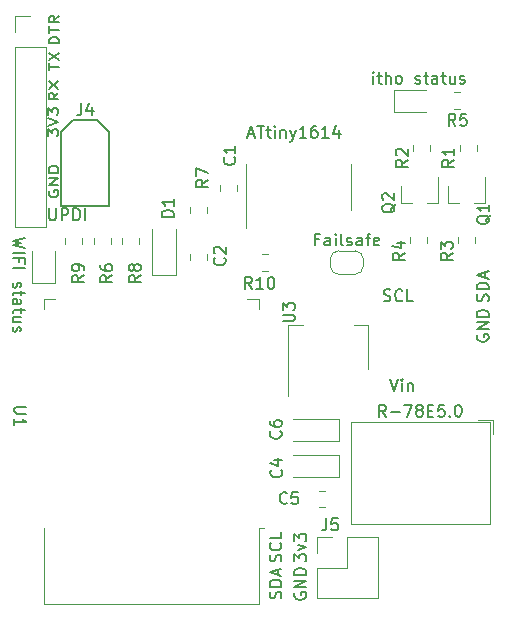
<source format=gto>
G04 #@! TF.GenerationSoftware,KiCad,Pcbnew,(5.1.9-0-10_14)*
G04 #@! TF.CreationDate,2021-03-24T15:19:10+01:00*
G04 #@! TF.ProjectId,ithowifi_4l,6974686f-7769-4666-995f-346c2e6b6963,rev?*
G04 #@! TF.SameCoordinates,Original*
G04 #@! TF.FileFunction,Legend,Top*
G04 #@! TF.FilePolarity,Positive*
%FSLAX46Y46*%
G04 Gerber Fmt 4.6, Leading zero omitted, Abs format (unit mm)*
G04 Created by KiCad (PCBNEW (5.1.9-0-10_14)) date 2021-03-24 15:19:10*
%MOMM*%
%LPD*%
G01*
G04 APERTURE LIST*
%ADD10C,0.150000*%
%ADD11C,0.120000*%
G04 APERTURE END LIST*
D10*
X108084380Y-152658476D02*
X108084380Y-152039428D01*
X108465333Y-152372761D01*
X108465333Y-152229904D01*
X108512952Y-152134666D01*
X108560571Y-152087047D01*
X108655809Y-152039428D01*
X108893904Y-152039428D01*
X108989142Y-152087047D01*
X109036761Y-152134666D01*
X109084380Y-152229904D01*
X109084380Y-152515619D01*
X109036761Y-152610857D01*
X108989142Y-152658476D01*
X108417714Y-151706095D02*
X109084380Y-151468000D01*
X108417714Y-151229904D01*
X108084380Y-150944190D02*
X108084380Y-150325142D01*
X108465333Y-150658476D01*
X108465333Y-150515619D01*
X108512952Y-150420380D01*
X108560571Y-150372761D01*
X108655809Y-150325142D01*
X108893904Y-150325142D01*
X108989142Y-150372761D01*
X109036761Y-150420380D01*
X109084380Y-150515619D01*
X109084380Y-150801333D01*
X109036761Y-150896571D01*
X108989142Y-150944190D01*
X108132000Y-155329904D02*
X108084380Y-155425142D01*
X108084380Y-155568000D01*
X108132000Y-155710857D01*
X108227238Y-155806095D01*
X108322476Y-155853714D01*
X108512952Y-155901333D01*
X108655809Y-155901333D01*
X108846285Y-155853714D01*
X108941523Y-155806095D01*
X109036761Y-155710857D01*
X109084380Y-155568000D01*
X109084380Y-155472761D01*
X109036761Y-155329904D01*
X108989142Y-155282285D01*
X108655809Y-155282285D01*
X108655809Y-155472761D01*
X109084380Y-154853714D02*
X108084380Y-154853714D01*
X109084380Y-154282285D01*
X108084380Y-154282285D01*
X109084380Y-153806095D02*
X108084380Y-153806095D01*
X108084380Y-153568000D01*
X108132000Y-153425142D01*
X108227238Y-153329904D01*
X108322476Y-153282285D01*
X108512952Y-153234666D01*
X108655809Y-153234666D01*
X108846285Y-153282285D01*
X108941523Y-153329904D01*
X109036761Y-153425142D01*
X109084380Y-153568000D01*
X109084380Y-153806095D01*
X106936761Y-155782285D02*
X106984380Y-155639428D01*
X106984380Y-155401333D01*
X106936761Y-155306095D01*
X106889142Y-155258476D01*
X106793904Y-155210857D01*
X106698666Y-155210857D01*
X106603428Y-155258476D01*
X106555809Y-155306095D01*
X106508190Y-155401333D01*
X106460571Y-155591809D01*
X106412952Y-155687047D01*
X106365333Y-155734666D01*
X106270095Y-155782285D01*
X106174857Y-155782285D01*
X106079619Y-155734666D01*
X106032000Y-155687047D01*
X105984380Y-155591809D01*
X105984380Y-155353714D01*
X106032000Y-155210857D01*
X106984380Y-154782285D02*
X105984380Y-154782285D01*
X105984380Y-154544190D01*
X106032000Y-154401333D01*
X106127238Y-154306095D01*
X106222476Y-154258476D01*
X106412952Y-154210857D01*
X106555809Y-154210857D01*
X106746285Y-154258476D01*
X106841523Y-154306095D01*
X106936761Y-154401333D01*
X106984380Y-154544190D01*
X106984380Y-154782285D01*
X106698666Y-153829904D02*
X106698666Y-153353714D01*
X106984380Y-153925142D02*
X105984380Y-153591809D01*
X106984380Y-153258476D01*
X106936761Y-152658476D02*
X106984380Y-152515619D01*
X106984380Y-152277523D01*
X106936761Y-152182285D01*
X106889142Y-152134666D01*
X106793904Y-152087047D01*
X106698666Y-152087047D01*
X106603428Y-152134666D01*
X106555809Y-152182285D01*
X106508190Y-152277523D01*
X106460571Y-152468000D01*
X106412952Y-152563238D01*
X106365333Y-152610857D01*
X106270095Y-152658476D01*
X106174857Y-152658476D01*
X106079619Y-152610857D01*
X106032000Y-152563238D01*
X105984380Y-152468000D01*
X105984380Y-152229904D01*
X106032000Y-152087047D01*
X106889142Y-151087047D02*
X106936761Y-151134666D01*
X106984380Y-151277523D01*
X106984380Y-151372761D01*
X106936761Y-151515619D01*
X106841523Y-151610857D01*
X106746285Y-151658476D01*
X106555809Y-151706095D01*
X106412952Y-151706095D01*
X106222476Y-151658476D01*
X106127238Y-151610857D01*
X106032000Y-151515619D01*
X105984380Y-151372761D01*
X105984380Y-151277523D01*
X106032000Y-151134666D01*
X106079619Y-151087047D01*
X106984380Y-150182285D02*
X106984380Y-150658476D01*
X105984380Y-150658476D01*
X87331600Y-121259504D02*
X87293504Y-121354742D01*
X87293504Y-121497600D01*
X87331600Y-121640457D01*
X87407790Y-121735695D01*
X87483980Y-121783314D01*
X87636361Y-121830933D01*
X87750647Y-121830933D01*
X87903028Y-121783314D01*
X87979219Y-121735695D01*
X88055409Y-121640457D01*
X88093504Y-121497600D01*
X88093504Y-121402361D01*
X88055409Y-121259504D01*
X88017314Y-121211885D01*
X87750647Y-121211885D01*
X87750647Y-121402361D01*
X88093504Y-120783314D02*
X87293504Y-120783314D01*
X88093504Y-120211885D01*
X87293504Y-120211885D01*
X88093504Y-119735695D02*
X87293504Y-119735695D01*
X87293504Y-119497600D01*
X87331600Y-119354742D01*
X87407790Y-119259504D01*
X87483980Y-119211885D01*
X87636361Y-119164266D01*
X87750647Y-119164266D01*
X87903028Y-119211885D01*
X87979219Y-119259504D01*
X88055409Y-119354742D01*
X88093504Y-119497600D01*
X88093504Y-119735695D01*
X87268104Y-116681095D02*
X87268104Y-116062047D01*
X87572866Y-116395380D01*
X87572866Y-116252523D01*
X87610961Y-116157285D01*
X87649057Y-116109666D01*
X87725247Y-116062047D01*
X87915723Y-116062047D01*
X87991914Y-116109666D01*
X88030009Y-116157285D01*
X88068104Y-116252523D01*
X88068104Y-116538238D01*
X88030009Y-116633476D01*
X87991914Y-116681095D01*
X87268104Y-115776333D02*
X88068104Y-115443000D01*
X87268104Y-115109666D01*
X87268104Y-114871571D02*
X87268104Y-114252523D01*
X87572866Y-114585857D01*
X87572866Y-114443000D01*
X87610961Y-114347761D01*
X87649057Y-114300142D01*
X87725247Y-114252523D01*
X87915723Y-114252523D01*
X87991914Y-114300142D01*
X88030009Y-114347761D01*
X88068104Y-114443000D01*
X88068104Y-114728714D01*
X88030009Y-114823952D01*
X87991914Y-114871571D01*
X87325390Y-122769380D02*
X87325390Y-123578904D01*
X87373009Y-123674142D01*
X87420628Y-123721761D01*
X87515866Y-123769380D01*
X87706342Y-123769380D01*
X87801580Y-123721761D01*
X87849200Y-123674142D01*
X87896819Y-123578904D01*
X87896819Y-122769380D01*
X88373009Y-123769380D02*
X88373009Y-122769380D01*
X88753961Y-122769380D01*
X88849200Y-122817000D01*
X88896819Y-122864619D01*
X88944438Y-122959857D01*
X88944438Y-123102714D01*
X88896819Y-123197952D01*
X88849200Y-123245571D01*
X88753961Y-123293190D01*
X88373009Y-123293190D01*
X89373009Y-123769380D02*
X89373009Y-122769380D01*
X89611104Y-122769380D01*
X89753961Y-122817000D01*
X89849200Y-122912238D01*
X89896819Y-123007476D01*
X89944438Y-123197952D01*
X89944438Y-123340809D01*
X89896819Y-123531285D01*
X89849200Y-123626523D01*
X89753961Y-123721761D01*
X89611104Y-123769380D01*
X89373009Y-123769380D01*
X90373009Y-123769380D02*
X90373009Y-122769380D01*
X88093504Y-112968066D02*
X87712552Y-113301400D01*
X88093504Y-113539495D02*
X87293504Y-113539495D01*
X87293504Y-113158542D01*
X87331600Y-113063304D01*
X87369695Y-113015685D01*
X87445885Y-112968066D01*
X87560171Y-112968066D01*
X87636361Y-113015685D01*
X87674457Y-113063304D01*
X87712552Y-113158542D01*
X87712552Y-113539495D01*
X87293504Y-112634733D02*
X88093504Y-111968066D01*
X87293504Y-111968066D02*
X88093504Y-112634733D01*
X87318904Y-111048704D02*
X87318904Y-110477276D01*
X88118904Y-110762990D02*
X87318904Y-110762990D01*
X87318904Y-110239180D02*
X88118904Y-109572514D01*
X87318904Y-109572514D02*
X88118904Y-110239180D01*
X88144304Y-108788057D02*
X87344304Y-108788057D01*
X87344304Y-108549961D01*
X87382400Y-108407104D01*
X87458590Y-108311866D01*
X87534780Y-108264247D01*
X87687161Y-108216628D01*
X87801447Y-108216628D01*
X87953828Y-108264247D01*
X88030019Y-108311866D01*
X88106209Y-108407104D01*
X88144304Y-108549961D01*
X88144304Y-108788057D01*
X87344304Y-107930914D02*
X87344304Y-107359485D01*
X88144304Y-107645200D02*
X87344304Y-107645200D01*
X88144304Y-106454723D02*
X87763352Y-106788057D01*
X88144304Y-107026152D02*
X87344304Y-107026152D01*
X87344304Y-106645200D01*
X87382400Y-106549961D01*
X87420495Y-106502342D01*
X87496685Y-106454723D01*
X87610971Y-106454723D01*
X87687161Y-106502342D01*
X87725257Y-106549961D01*
X87763352Y-106645200D01*
X87763352Y-107026152D01*
X116197190Y-137247380D02*
X116530523Y-138247380D01*
X116863857Y-137247380D01*
X117197190Y-138247380D02*
X117197190Y-137580714D01*
X117197190Y-137247380D02*
X117149571Y-137295000D01*
X117197190Y-137342619D01*
X117244809Y-137295000D01*
X117197190Y-137247380D01*
X117197190Y-137342619D01*
X117673380Y-137580714D02*
X117673380Y-138247380D01*
X117673380Y-137675952D02*
X117721000Y-137628333D01*
X117816238Y-137580714D01*
X117959095Y-137580714D01*
X118054333Y-137628333D01*
X118101952Y-137723571D01*
X118101952Y-138247380D01*
X123579000Y-133476904D02*
X123531380Y-133572142D01*
X123531380Y-133715000D01*
X123579000Y-133857857D01*
X123674238Y-133953095D01*
X123769476Y-134000714D01*
X123959952Y-134048333D01*
X124102809Y-134048333D01*
X124293285Y-134000714D01*
X124388523Y-133953095D01*
X124483761Y-133857857D01*
X124531380Y-133715000D01*
X124531380Y-133619761D01*
X124483761Y-133476904D01*
X124436142Y-133429285D01*
X124102809Y-133429285D01*
X124102809Y-133619761D01*
X124531380Y-133000714D02*
X123531380Y-133000714D01*
X124531380Y-132429285D01*
X123531380Y-132429285D01*
X124531380Y-131953095D02*
X123531380Y-131953095D01*
X123531380Y-131715000D01*
X123579000Y-131572142D01*
X123674238Y-131476904D01*
X123769476Y-131429285D01*
X123959952Y-131381666D01*
X124102809Y-131381666D01*
X124293285Y-131429285D01*
X124388523Y-131476904D01*
X124483761Y-131572142D01*
X124531380Y-131715000D01*
X124531380Y-131953095D01*
X115649523Y-130579761D02*
X115792380Y-130627380D01*
X116030476Y-130627380D01*
X116125714Y-130579761D01*
X116173333Y-130532142D01*
X116220952Y-130436904D01*
X116220952Y-130341666D01*
X116173333Y-130246428D01*
X116125714Y-130198809D01*
X116030476Y-130151190D01*
X115840000Y-130103571D01*
X115744761Y-130055952D01*
X115697142Y-130008333D01*
X115649523Y-129913095D01*
X115649523Y-129817857D01*
X115697142Y-129722619D01*
X115744761Y-129675000D01*
X115840000Y-129627380D01*
X116078095Y-129627380D01*
X116220952Y-129675000D01*
X117220952Y-130532142D02*
X117173333Y-130579761D01*
X117030476Y-130627380D01*
X116935238Y-130627380D01*
X116792380Y-130579761D01*
X116697142Y-130484523D01*
X116649523Y-130389285D01*
X116601904Y-130198809D01*
X116601904Y-130055952D01*
X116649523Y-129865476D01*
X116697142Y-129770238D01*
X116792380Y-129675000D01*
X116935238Y-129627380D01*
X117030476Y-129627380D01*
X117173333Y-129675000D01*
X117220952Y-129722619D01*
X118125714Y-130627380D02*
X117649523Y-130627380D01*
X117649523Y-129627380D01*
X124483761Y-130627285D02*
X124531380Y-130484428D01*
X124531380Y-130246333D01*
X124483761Y-130151095D01*
X124436142Y-130103476D01*
X124340904Y-130055857D01*
X124245666Y-130055857D01*
X124150428Y-130103476D01*
X124102809Y-130151095D01*
X124055190Y-130246333D01*
X124007571Y-130436809D01*
X123959952Y-130532047D01*
X123912333Y-130579666D01*
X123817095Y-130627285D01*
X123721857Y-130627285D01*
X123626619Y-130579666D01*
X123579000Y-130532047D01*
X123531380Y-130436809D01*
X123531380Y-130198714D01*
X123579000Y-130055857D01*
X124531380Y-129627285D02*
X123531380Y-129627285D01*
X123531380Y-129389190D01*
X123579000Y-129246333D01*
X123674238Y-129151095D01*
X123769476Y-129103476D01*
X123959952Y-129055857D01*
X124102809Y-129055857D01*
X124293285Y-129103476D01*
X124388523Y-129151095D01*
X124483761Y-129246333D01*
X124531380Y-129389190D01*
X124531380Y-129627285D01*
X124245666Y-128674904D02*
X124245666Y-128198714D01*
X124531380Y-128770142D02*
X123531380Y-128436809D01*
X124531380Y-128103476D01*
D11*
X109962000Y-150598000D02*
X111292000Y-150598000D01*
X109962000Y-151928000D02*
X109962000Y-150598000D01*
X112562000Y-150598000D02*
X115162000Y-150598000D01*
X112562000Y-153198000D02*
X112562000Y-150598000D01*
X109962000Y-153198000D02*
X112562000Y-153198000D01*
X115162000Y-150598000D02*
X115162000Y-155798000D01*
X109962000Y-153198000D02*
X109962000Y-155798000D01*
X109962000Y-155798000D02*
X115162000Y-155798000D01*
X112867600Y-120966000D02*
X112867600Y-119016000D01*
X112867600Y-120966000D02*
X112867600Y-122916000D01*
X103997600Y-120966000D02*
X103997600Y-119016000D01*
X103997600Y-120966000D02*
X103997600Y-124416000D01*
D10*
X88366600Y-122555000D02*
X92430600Y-122555000D01*
X92430600Y-122555000D02*
X92430600Y-116332000D01*
X92430600Y-116332000D02*
X91414600Y-115316000D01*
X91414600Y-115316000D02*
X89382600Y-115316000D01*
X89382600Y-115316000D02*
X88366600Y-116332000D01*
X88366600Y-116332000D02*
X88366600Y-122555000D01*
D11*
X105097600Y-149805400D02*
X105477600Y-149805400D01*
X105097600Y-156225400D02*
X105097600Y-149805400D01*
X86857600Y-156225400D02*
X86857600Y-149805400D01*
X105097600Y-156225400D02*
X86857600Y-156225400D01*
X86857600Y-130480400D02*
X87857600Y-130480400D01*
X86857600Y-131260400D02*
X86857600Y-130480400D01*
X105097600Y-130480400D02*
X104097600Y-130480400D01*
X105097600Y-131260400D02*
X105097600Y-130480400D01*
X113222000Y-128355600D02*
X111822000Y-128355600D01*
X111122000Y-127655600D02*
X111122000Y-127055600D01*
X111822000Y-126355600D02*
X113222000Y-126355600D01*
X113922000Y-127055600D02*
X113922000Y-127655600D01*
X113922000Y-127655600D02*
G75*
G02*
X113222000Y-128355600I-700000J0D01*
G01*
X113222000Y-126355600D02*
G75*
G02*
X113922000Y-127055600I0J-700000D01*
G01*
X111122000Y-127055600D02*
G75*
G02*
X111822000Y-126355600I700000J0D01*
G01*
X111822000Y-128355600D02*
G75*
G02*
X111122000Y-127655600I0J700000D01*
G01*
X105306122Y-128065600D02*
X105823278Y-128065600D01*
X105306122Y-126645600D02*
X105823278Y-126645600D01*
X111856400Y-140619200D02*
X107946400Y-140619200D01*
X111856400Y-142489200D02*
X111856400Y-140619200D01*
X107946400Y-142489200D02*
X111856400Y-142489200D01*
X111860200Y-143616400D02*
X107950200Y-143616400D01*
X111860200Y-145486400D02*
X111860200Y-143616400D01*
X107950200Y-145486400D02*
X111860200Y-145486400D01*
X87828000Y-129089100D02*
X87828000Y-126404100D01*
X85908000Y-129089100D02*
X87828000Y-129089100D01*
X85908000Y-126404100D02*
X85908000Y-129089100D01*
X88698000Y-125265922D02*
X88698000Y-125783078D01*
X90118000Y-125265922D02*
X90118000Y-125783078D01*
X107537200Y-138618000D02*
X107537200Y-132608000D01*
X114357200Y-136368000D02*
X114357200Y-132608000D01*
X107537200Y-132608000D02*
X108797200Y-132608000D01*
X114357200Y-132608000D02*
X113097200Y-132608000D01*
X94944000Y-125783078D02*
X94944000Y-125265922D01*
X93524000Y-125783078D02*
X93524000Y-125265922D01*
X100659000Y-123166878D02*
X100659000Y-122649722D01*
X99239000Y-123166878D02*
X99239000Y-122649722D01*
X84395000Y-106467600D02*
X85725000Y-106467600D01*
X84395000Y-107797600D02*
X84395000Y-106467600D01*
X84395000Y-109067600D02*
X87055000Y-109067600D01*
X87055000Y-109067600D02*
X87055000Y-124367600D01*
X84395000Y-109067600D02*
X84395000Y-124367600D01*
X84395000Y-124367600D02*
X87055000Y-124367600D01*
X96028000Y-128436200D02*
X96028000Y-124536200D01*
X98028000Y-128436200D02*
X98028000Y-124536200D01*
X96028000Y-128436200D02*
X98028000Y-128436200D01*
X110178322Y-148080800D02*
X110695478Y-148080800D01*
X110178322Y-146660800D02*
X110695478Y-146660800D01*
X99239000Y-126614422D02*
X99239000Y-127131578D01*
X100659000Y-126614422D02*
X100659000Y-127131578D01*
X116552000Y-114625000D02*
X119237000Y-114625000D01*
X116552000Y-112705000D02*
X116552000Y-114625000D01*
X119237000Y-112705000D02*
X116552000Y-112705000D01*
X91111000Y-125783078D02*
X91111000Y-125265922D01*
X92531000Y-125783078D02*
X92531000Y-125265922D01*
X122150878Y-112955000D02*
X121633722Y-112955000D01*
X122150878Y-114375000D02*
X121633722Y-114375000D01*
X117908000Y-125202422D02*
X117908000Y-125719578D01*
X119328000Y-125202422D02*
X119328000Y-125719578D01*
X121972000Y-125202422D02*
X121972000Y-125719578D01*
X123392000Y-125202422D02*
X123392000Y-125719578D01*
X118162000Y-117365822D02*
X118162000Y-117882978D01*
X119582000Y-117365822D02*
X119582000Y-117882978D01*
X123569800Y-117882978D02*
X123569800Y-117365822D01*
X122149800Y-117882978D02*
X122149800Y-117365822D01*
X101804400Y-121312678D02*
X101804400Y-120795522D01*
X103224400Y-121312678D02*
X103224400Y-120795522D01*
X117078600Y-122299000D02*
X117078600Y-120839000D01*
X120238600Y-122299000D02*
X120238600Y-120139000D01*
X120238600Y-122299000D02*
X119308600Y-122299000D01*
X117078600Y-122299000D02*
X118008600Y-122299000D01*
X121076600Y-122299000D02*
X121076600Y-120839000D01*
X124236600Y-122299000D02*
X124236600Y-120139000D01*
X124236600Y-122299000D02*
X123306600Y-122299000D01*
X121076600Y-122299000D02*
X122006600Y-122299000D01*
X124870600Y-140651200D02*
X123630600Y-140651200D01*
X124870600Y-141891200D02*
X124870600Y-140651200D01*
X112909600Y-149511200D02*
X112909600Y-140891200D01*
X124630600Y-149511200D02*
X124630600Y-140891200D01*
X124630600Y-140891200D02*
X112909600Y-140891200D01*
X124630600Y-149511200D02*
X112909600Y-149511200D01*
D10*
X110798666Y-149020380D02*
X110798666Y-149734666D01*
X110751047Y-149877523D01*
X110655809Y-149972761D01*
X110512952Y-150020380D01*
X110417714Y-150020380D01*
X111751047Y-149020380D02*
X111274857Y-149020380D01*
X111227238Y-149496571D01*
X111274857Y-149448952D01*
X111370095Y-149401333D01*
X111608190Y-149401333D01*
X111703428Y-149448952D01*
X111751047Y-149496571D01*
X111798666Y-149591809D01*
X111798666Y-149829904D01*
X111751047Y-149925142D01*
X111703428Y-149972761D01*
X111608190Y-150020380D01*
X111370095Y-150020380D01*
X111274857Y-149972761D01*
X111227238Y-149925142D01*
X104196047Y-116498666D02*
X104672238Y-116498666D01*
X104100809Y-116784380D02*
X104434142Y-115784380D01*
X104767476Y-116784380D01*
X104957952Y-115784380D02*
X105529380Y-115784380D01*
X105243666Y-116784380D02*
X105243666Y-115784380D01*
X105719857Y-116117714D02*
X106100809Y-116117714D01*
X105862714Y-115784380D02*
X105862714Y-116641523D01*
X105910333Y-116736761D01*
X106005571Y-116784380D01*
X106100809Y-116784380D01*
X106434142Y-116784380D02*
X106434142Y-116117714D01*
X106434142Y-115784380D02*
X106386523Y-115832000D01*
X106434142Y-115879619D01*
X106481761Y-115832000D01*
X106434142Y-115784380D01*
X106434142Y-115879619D01*
X106910333Y-116117714D02*
X106910333Y-116784380D01*
X106910333Y-116212952D02*
X106957952Y-116165333D01*
X107053190Y-116117714D01*
X107196047Y-116117714D01*
X107291285Y-116165333D01*
X107338904Y-116260571D01*
X107338904Y-116784380D01*
X107719857Y-116117714D02*
X107957952Y-116784380D01*
X108196047Y-116117714D02*
X107957952Y-116784380D01*
X107862714Y-117022476D01*
X107815095Y-117070095D01*
X107719857Y-117117714D01*
X109100809Y-116784380D02*
X108529380Y-116784380D01*
X108815095Y-116784380D02*
X108815095Y-115784380D01*
X108719857Y-115927238D01*
X108624619Y-116022476D01*
X108529380Y-116070095D01*
X109957952Y-115784380D02*
X109767476Y-115784380D01*
X109672238Y-115832000D01*
X109624619Y-115879619D01*
X109529380Y-116022476D01*
X109481761Y-116212952D01*
X109481761Y-116593904D01*
X109529380Y-116689142D01*
X109577000Y-116736761D01*
X109672238Y-116784380D01*
X109862714Y-116784380D01*
X109957952Y-116736761D01*
X110005571Y-116689142D01*
X110053190Y-116593904D01*
X110053190Y-116355809D01*
X110005571Y-116260571D01*
X109957952Y-116212952D01*
X109862714Y-116165333D01*
X109672238Y-116165333D01*
X109577000Y-116212952D01*
X109529380Y-116260571D01*
X109481761Y-116355809D01*
X111005571Y-116784380D02*
X110434142Y-116784380D01*
X110719857Y-116784380D02*
X110719857Y-115784380D01*
X110624619Y-115927238D01*
X110529380Y-116022476D01*
X110434142Y-116070095D01*
X111862714Y-116117714D02*
X111862714Y-116784380D01*
X111624619Y-115736761D02*
X111386523Y-116451047D01*
X112005571Y-116451047D01*
X90052566Y-113879380D02*
X90052566Y-114593666D01*
X90004947Y-114736523D01*
X89909709Y-114831761D01*
X89766852Y-114879380D01*
X89671614Y-114879380D01*
X90957328Y-114212714D02*
X90957328Y-114879380D01*
X90719233Y-113831761D02*
X90481138Y-114546047D01*
X91100185Y-114546047D01*
X85383619Y-139573095D02*
X84574095Y-139573095D01*
X84478857Y-139620714D01*
X84431238Y-139668333D01*
X84383619Y-139763571D01*
X84383619Y-139954047D01*
X84431238Y-140049285D01*
X84478857Y-140096904D01*
X84574095Y-140144523D01*
X85383619Y-140144523D01*
X84383619Y-141144523D02*
X84383619Y-140573095D01*
X84383619Y-140858809D02*
X85383619Y-140858809D01*
X85240761Y-140763571D01*
X85145523Y-140668333D01*
X85097904Y-140573095D01*
X110141047Y-125384171D02*
X109807714Y-125384171D01*
X109807714Y-125907980D02*
X109807714Y-124907980D01*
X110283904Y-124907980D01*
X111093428Y-125907980D02*
X111093428Y-125384171D01*
X111045809Y-125288933D01*
X110950571Y-125241314D01*
X110760095Y-125241314D01*
X110664857Y-125288933D01*
X111093428Y-125860361D02*
X110998190Y-125907980D01*
X110760095Y-125907980D01*
X110664857Y-125860361D01*
X110617238Y-125765123D01*
X110617238Y-125669885D01*
X110664857Y-125574647D01*
X110760095Y-125527028D01*
X110998190Y-125527028D01*
X111093428Y-125479409D01*
X111569619Y-125907980D02*
X111569619Y-125241314D01*
X111569619Y-124907980D02*
X111522000Y-124955600D01*
X111569619Y-125003219D01*
X111617238Y-124955600D01*
X111569619Y-124907980D01*
X111569619Y-125003219D01*
X112188666Y-125907980D02*
X112093428Y-125860361D01*
X112045809Y-125765123D01*
X112045809Y-124907980D01*
X112522000Y-125860361D02*
X112617238Y-125907980D01*
X112807714Y-125907980D01*
X112902952Y-125860361D01*
X112950571Y-125765123D01*
X112950571Y-125717504D01*
X112902952Y-125622266D01*
X112807714Y-125574647D01*
X112664857Y-125574647D01*
X112569619Y-125527028D01*
X112522000Y-125431790D01*
X112522000Y-125384171D01*
X112569619Y-125288933D01*
X112664857Y-125241314D01*
X112807714Y-125241314D01*
X112902952Y-125288933D01*
X113807714Y-125907980D02*
X113807714Y-125384171D01*
X113760095Y-125288933D01*
X113664857Y-125241314D01*
X113474380Y-125241314D01*
X113379142Y-125288933D01*
X113807714Y-125860361D02*
X113712476Y-125907980D01*
X113474380Y-125907980D01*
X113379142Y-125860361D01*
X113331523Y-125765123D01*
X113331523Y-125669885D01*
X113379142Y-125574647D01*
X113474380Y-125527028D01*
X113712476Y-125527028D01*
X113807714Y-125479409D01*
X114141047Y-125241314D02*
X114522000Y-125241314D01*
X114283904Y-125907980D02*
X114283904Y-125050838D01*
X114331523Y-124955600D01*
X114426761Y-124907980D01*
X114522000Y-124907980D01*
X115236285Y-125860361D02*
X115141047Y-125907980D01*
X114950571Y-125907980D01*
X114855333Y-125860361D01*
X114807714Y-125765123D01*
X114807714Y-125384171D01*
X114855333Y-125288933D01*
X114950571Y-125241314D01*
X115141047Y-125241314D01*
X115236285Y-125288933D01*
X115283904Y-125384171D01*
X115283904Y-125479409D01*
X114807714Y-125574647D01*
X104487742Y-129585980D02*
X104154409Y-129109790D01*
X103916314Y-129585980D02*
X103916314Y-128585980D01*
X104297266Y-128585980D01*
X104392504Y-128633600D01*
X104440123Y-128681219D01*
X104487742Y-128776457D01*
X104487742Y-128919314D01*
X104440123Y-129014552D01*
X104392504Y-129062171D01*
X104297266Y-129109790D01*
X103916314Y-129109790D01*
X105440123Y-129585980D02*
X104868695Y-129585980D01*
X105154409Y-129585980D02*
X105154409Y-128585980D01*
X105059171Y-128728838D01*
X104963933Y-128824076D01*
X104868695Y-128871695D01*
X106059171Y-128585980D02*
X106154409Y-128585980D01*
X106249647Y-128633600D01*
X106297266Y-128681219D01*
X106344885Y-128776457D01*
X106392504Y-128966933D01*
X106392504Y-129205028D01*
X106344885Y-129395504D01*
X106297266Y-129490742D01*
X106249647Y-129538361D01*
X106154409Y-129585980D01*
X106059171Y-129585980D01*
X105963933Y-129538361D01*
X105916314Y-129490742D01*
X105868695Y-129395504D01*
X105821076Y-129205028D01*
X105821076Y-128966933D01*
X105868695Y-128776457D01*
X105916314Y-128681219D01*
X105963933Y-128633600D01*
X106059171Y-128585980D01*
X106910142Y-141634666D02*
X106957761Y-141682285D01*
X107005380Y-141825142D01*
X107005380Y-141920380D01*
X106957761Y-142063238D01*
X106862523Y-142158476D01*
X106767285Y-142206095D01*
X106576809Y-142253714D01*
X106433952Y-142253714D01*
X106243476Y-142206095D01*
X106148238Y-142158476D01*
X106053000Y-142063238D01*
X106005380Y-141920380D01*
X106005380Y-141825142D01*
X106053000Y-141682285D01*
X106100619Y-141634666D01*
X106005380Y-140777523D02*
X106005380Y-140968000D01*
X106053000Y-141063238D01*
X106100619Y-141110857D01*
X106243476Y-141206095D01*
X106433952Y-141253714D01*
X106814904Y-141253714D01*
X106910142Y-141206095D01*
X106957761Y-141158476D01*
X107005380Y-141063238D01*
X107005380Y-140872761D01*
X106957761Y-140777523D01*
X106910142Y-140729904D01*
X106814904Y-140682285D01*
X106576809Y-140682285D01*
X106481571Y-140729904D01*
X106433952Y-140777523D01*
X106386333Y-140872761D01*
X106386333Y-141063238D01*
X106433952Y-141158476D01*
X106481571Y-141206095D01*
X106576809Y-141253714D01*
X106960942Y-144921266D02*
X107008561Y-144968885D01*
X107056180Y-145111742D01*
X107056180Y-145206980D01*
X107008561Y-145349838D01*
X106913323Y-145445076D01*
X106818085Y-145492695D01*
X106627609Y-145540314D01*
X106484752Y-145540314D01*
X106294276Y-145492695D01*
X106199038Y-145445076D01*
X106103800Y-145349838D01*
X106056180Y-145206980D01*
X106056180Y-145111742D01*
X106103800Y-144968885D01*
X106151419Y-144921266D01*
X106389514Y-144064123D02*
X107056180Y-144064123D01*
X106008561Y-144302219D02*
X106722847Y-144540314D01*
X106722847Y-143921266D01*
X85256619Y-125286000D02*
X84256619Y-125524095D01*
X84970904Y-125714571D01*
X84256619Y-125905047D01*
X85256619Y-126143142D01*
X84256619Y-126524095D02*
X85256619Y-126524095D01*
X84780428Y-127333619D02*
X84780428Y-127000285D01*
X84256619Y-127000285D02*
X85256619Y-127000285D01*
X85256619Y-127476476D01*
X84256619Y-127857428D02*
X85256619Y-127857428D01*
X84304238Y-129047904D02*
X84256619Y-129143142D01*
X84256619Y-129333619D01*
X84304238Y-129428857D01*
X84399476Y-129476476D01*
X84447095Y-129476476D01*
X84542333Y-129428857D01*
X84589952Y-129333619D01*
X84589952Y-129190761D01*
X84637571Y-129095523D01*
X84732809Y-129047904D01*
X84780428Y-129047904D01*
X84875666Y-129095523D01*
X84923285Y-129190761D01*
X84923285Y-129333619D01*
X84875666Y-129428857D01*
X84923285Y-129762190D02*
X84923285Y-130143142D01*
X85256619Y-129905047D02*
X84399476Y-129905047D01*
X84304238Y-129952666D01*
X84256619Y-130047904D01*
X84256619Y-130143142D01*
X84256619Y-130905047D02*
X84780428Y-130905047D01*
X84875666Y-130857428D01*
X84923285Y-130762190D01*
X84923285Y-130571714D01*
X84875666Y-130476476D01*
X84304238Y-130905047D02*
X84256619Y-130809809D01*
X84256619Y-130571714D01*
X84304238Y-130476476D01*
X84399476Y-130428857D01*
X84494714Y-130428857D01*
X84589952Y-130476476D01*
X84637571Y-130571714D01*
X84637571Y-130809809D01*
X84685190Y-130905047D01*
X84923285Y-131238380D02*
X84923285Y-131619333D01*
X85256619Y-131381238D02*
X84399476Y-131381238D01*
X84304238Y-131428857D01*
X84256619Y-131524095D01*
X84256619Y-131619333D01*
X84923285Y-132381238D02*
X84256619Y-132381238D01*
X84923285Y-131952666D02*
X84399476Y-131952666D01*
X84304238Y-132000285D01*
X84256619Y-132095523D01*
X84256619Y-132238380D01*
X84304238Y-132333619D01*
X84351857Y-132381238D01*
X84304238Y-132809809D02*
X84256619Y-132905047D01*
X84256619Y-133095523D01*
X84304238Y-133190761D01*
X84399476Y-133238380D01*
X84447095Y-133238380D01*
X84542333Y-133190761D01*
X84589952Y-133095523D01*
X84589952Y-132952666D01*
X84637571Y-132857428D01*
X84732809Y-132809809D01*
X84780428Y-132809809D01*
X84875666Y-132857428D01*
X84923285Y-132952666D01*
X84923285Y-133095523D01*
X84875666Y-133190761D01*
X90241380Y-128436666D02*
X89765190Y-128770000D01*
X90241380Y-129008095D02*
X89241380Y-129008095D01*
X89241380Y-128627142D01*
X89289000Y-128531904D01*
X89336619Y-128484285D01*
X89431857Y-128436666D01*
X89574714Y-128436666D01*
X89669952Y-128484285D01*
X89717571Y-128531904D01*
X89765190Y-128627142D01*
X89765190Y-129008095D01*
X90241380Y-127960476D02*
X90241380Y-127770000D01*
X90193761Y-127674761D01*
X90146142Y-127627142D01*
X90003285Y-127531904D01*
X89812809Y-127484285D01*
X89431857Y-127484285D01*
X89336619Y-127531904D01*
X89289000Y-127579523D01*
X89241380Y-127674761D01*
X89241380Y-127865238D01*
X89289000Y-127960476D01*
X89336619Y-128008095D01*
X89431857Y-128055714D01*
X89669952Y-128055714D01*
X89765190Y-128008095D01*
X89812809Y-127960476D01*
X89860428Y-127865238D01*
X89860428Y-127674761D01*
X89812809Y-127579523D01*
X89765190Y-127531904D01*
X89669952Y-127484285D01*
X107097580Y-132333504D02*
X107907104Y-132333504D01*
X108002342Y-132285885D01*
X108049961Y-132238266D01*
X108097580Y-132143028D01*
X108097580Y-131952552D01*
X108049961Y-131857314D01*
X108002342Y-131809695D01*
X107907104Y-131762076D01*
X107097580Y-131762076D01*
X107097580Y-131381123D02*
X107097580Y-130762076D01*
X107478533Y-131095409D01*
X107478533Y-130952552D01*
X107526152Y-130857314D01*
X107573771Y-130809695D01*
X107669009Y-130762076D01*
X107907104Y-130762076D01*
X108002342Y-130809695D01*
X108049961Y-130857314D01*
X108097580Y-130952552D01*
X108097580Y-131238266D01*
X108049961Y-131333504D01*
X108002342Y-131381123D01*
X95067380Y-128436666D02*
X94591190Y-128770000D01*
X95067380Y-129008095D02*
X94067380Y-129008095D01*
X94067380Y-128627142D01*
X94115000Y-128531904D01*
X94162619Y-128484285D01*
X94257857Y-128436666D01*
X94400714Y-128436666D01*
X94495952Y-128484285D01*
X94543571Y-128531904D01*
X94591190Y-128627142D01*
X94591190Y-129008095D01*
X94495952Y-127865238D02*
X94448333Y-127960476D01*
X94400714Y-128008095D01*
X94305476Y-128055714D01*
X94257857Y-128055714D01*
X94162619Y-128008095D01*
X94115000Y-127960476D01*
X94067380Y-127865238D01*
X94067380Y-127674761D01*
X94115000Y-127579523D01*
X94162619Y-127531904D01*
X94257857Y-127484285D01*
X94305476Y-127484285D01*
X94400714Y-127531904D01*
X94448333Y-127579523D01*
X94495952Y-127674761D01*
X94495952Y-127865238D01*
X94543571Y-127960476D01*
X94591190Y-128008095D01*
X94686428Y-128055714D01*
X94876904Y-128055714D01*
X94972142Y-128008095D01*
X95019761Y-127960476D01*
X95067380Y-127865238D01*
X95067380Y-127674761D01*
X95019761Y-127579523D01*
X94972142Y-127531904D01*
X94876904Y-127484285D01*
X94686428Y-127484285D01*
X94591190Y-127531904D01*
X94543571Y-127579523D01*
X94495952Y-127674761D01*
X100782380Y-120359466D02*
X100306190Y-120692800D01*
X100782380Y-120930895D02*
X99782380Y-120930895D01*
X99782380Y-120549942D01*
X99830000Y-120454704D01*
X99877619Y-120407085D01*
X99972857Y-120359466D01*
X100115714Y-120359466D01*
X100210952Y-120407085D01*
X100258571Y-120454704D01*
X100306190Y-120549942D01*
X100306190Y-120930895D01*
X99782380Y-120026133D02*
X99782380Y-119359466D01*
X100782380Y-119788038D01*
X97861380Y-123495295D02*
X96861380Y-123495295D01*
X96861380Y-123257200D01*
X96909000Y-123114342D01*
X97004238Y-123019104D01*
X97099476Y-122971485D01*
X97289952Y-122923866D01*
X97432809Y-122923866D01*
X97623285Y-122971485D01*
X97718523Y-123019104D01*
X97813761Y-123114342D01*
X97861380Y-123257200D01*
X97861380Y-123495295D01*
X97861380Y-121971485D02*
X97861380Y-122542914D01*
X97861380Y-122257200D02*
X96861380Y-122257200D01*
X97004238Y-122352438D01*
X97099476Y-122447676D01*
X97147095Y-122542914D01*
X107453133Y-147702542D02*
X107405514Y-147750161D01*
X107262657Y-147797780D01*
X107167419Y-147797780D01*
X107024561Y-147750161D01*
X106929323Y-147654923D01*
X106881704Y-147559685D01*
X106834085Y-147369209D01*
X106834085Y-147226352D01*
X106881704Y-147035876D01*
X106929323Y-146940638D01*
X107024561Y-146845400D01*
X107167419Y-146797780D01*
X107262657Y-146797780D01*
X107405514Y-146845400D01*
X107453133Y-146893019D01*
X108357895Y-146797780D02*
X107881704Y-146797780D01*
X107834085Y-147273971D01*
X107881704Y-147226352D01*
X107976942Y-147178733D01*
X108215038Y-147178733D01*
X108310276Y-147226352D01*
X108357895Y-147273971D01*
X108405514Y-147369209D01*
X108405514Y-147607304D01*
X108357895Y-147702542D01*
X108310276Y-147750161D01*
X108215038Y-147797780D01*
X107976942Y-147797780D01*
X107881704Y-147750161D01*
X107834085Y-147702542D01*
X102160342Y-126961166D02*
X102207961Y-127008785D01*
X102255580Y-127151642D01*
X102255580Y-127246880D01*
X102207961Y-127389738D01*
X102112723Y-127484976D01*
X102017485Y-127532595D01*
X101827009Y-127580214D01*
X101684152Y-127580214D01*
X101493676Y-127532595D01*
X101398438Y-127484976D01*
X101303200Y-127389738D01*
X101255580Y-127246880D01*
X101255580Y-127151642D01*
X101303200Y-127008785D01*
X101350819Y-126961166D01*
X101350819Y-126580214D02*
X101303200Y-126532595D01*
X101255580Y-126437357D01*
X101255580Y-126199261D01*
X101303200Y-126104023D01*
X101350819Y-126056404D01*
X101446057Y-126008785D01*
X101541295Y-126008785D01*
X101684152Y-126056404D01*
X102255580Y-126627833D01*
X102255580Y-126008785D01*
X114760857Y-112212380D02*
X114760857Y-111545714D01*
X114760857Y-111212380D02*
X114713238Y-111260000D01*
X114760857Y-111307619D01*
X114808476Y-111260000D01*
X114760857Y-111212380D01*
X114760857Y-111307619D01*
X115094190Y-111545714D02*
X115475142Y-111545714D01*
X115237047Y-111212380D02*
X115237047Y-112069523D01*
X115284666Y-112164761D01*
X115379904Y-112212380D01*
X115475142Y-112212380D01*
X115808476Y-112212380D02*
X115808476Y-111212380D01*
X116237047Y-112212380D02*
X116237047Y-111688571D01*
X116189428Y-111593333D01*
X116094190Y-111545714D01*
X115951333Y-111545714D01*
X115856095Y-111593333D01*
X115808476Y-111640952D01*
X116856095Y-112212380D02*
X116760857Y-112164761D01*
X116713238Y-112117142D01*
X116665619Y-112021904D01*
X116665619Y-111736190D01*
X116713238Y-111640952D01*
X116760857Y-111593333D01*
X116856095Y-111545714D01*
X116998952Y-111545714D01*
X117094190Y-111593333D01*
X117141809Y-111640952D01*
X117189428Y-111736190D01*
X117189428Y-112021904D01*
X117141809Y-112117142D01*
X117094190Y-112164761D01*
X116998952Y-112212380D01*
X116856095Y-112212380D01*
X118332285Y-112164761D02*
X118427523Y-112212380D01*
X118618000Y-112212380D01*
X118713238Y-112164761D01*
X118760857Y-112069523D01*
X118760857Y-112021904D01*
X118713238Y-111926666D01*
X118618000Y-111879047D01*
X118475142Y-111879047D01*
X118379904Y-111831428D01*
X118332285Y-111736190D01*
X118332285Y-111688571D01*
X118379904Y-111593333D01*
X118475142Y-111545714D01*
X118618000Y-111545714D01*
X118713238Y-111593333D01*
X119046571Y-111545714D02*
X119427523Y-111545714D01*
X119189428Y-111212380D02*
X119189428Y-112069523D01*
X119237047Y-112164761D01*
X119332285Y-112212380D01*
X119427523Y-112212380D01*
X120189428Y-112212380D02*
X120189428Y-111688571D01*
X120141809Y-111593333D01*
X120046571Y-111545714D01*
X119856095Y-111545714D01*
X119760857Y-111593333D01*
X120189428Y-112164761D02*
X120094190Y-112212380D01*
X119856095Y-112212380D01*
X119760857Y-112164761D01*
X119713238Y-112069523D01*
X119713238Y-111974285D01*
X119760857Y-111879047D01*
X119856095Y-111831428D01*
X120094190Y-111831428D01*
X120189428Y-111783809D01*
X120522761Y-111545714D02*
X120903714Y-111545714D01*
X120665619Y-111212380D02*
X120665619Y-112069523D01*
X120713238Y-112164761D01*
X120808476Y-112212380D01*
X120903714Y-112212380D01*
X121665619Y-111545714D02*
X121665619Y-112212380D01*
X121237047Y-111545714D02*
X121237047Y-112069523D01*
X121284666Y-112164761D01*
X121379904Y-112212380D01*
X121522761Y-112212380D01*
X121618000Y-112164761D01*
X121665619Y-112117142D01*
X122094190Y-112164761D02*
X122189428Y-112212380D01*
X122379904Y-112212380D01*
X122475142Y-112164761D01*
X122522761Y-112069523D01*
X122522761Y-112021904D01*
X122475142Y-111926666D01*
X122379904Y-111879047D01*
X122237047Y-111879047D01*
X122141809Y-111831428D01*
X122094190Y-111736190D01*
X122094190Y-111688571D01*
X122141809Y-111593333D01*
X122237047Y-111545714D01*
X122379904Y-111545714D01*
X122475142Y-111593333D01*
X92654380Y-128436666D02*
X92178190Y-128770000D01*
X92654380Y-129008095D02*
X91654380Y-129008095D01*
X91654380Y-128627142D01*
X91702000Y-128531904D01*
X91749619Y-128484285D01*
X91844857Y-128436666D01*
X91987714Y-128436666D01*
X92082952Y-128484285D01*
X92130571Y-128531904D01*
X92178190Y-128627142D01*
X92178190Y-129008095D01*
X91654380Y-127579523D02*
X91654380Y-127770000D01*
X91702000Y-127865238D01*
X91749619Y-127912857D01*
X91892476Y-128008095D01*
X92082952Y-128055714D01*
X92463904Y-128055714D01*
X92559142Y-128008095D01*
X92606761Y-127960476D01*
X92654380Y-127865238D01*
X92654380Y-127674761D01*
X92606761Y-127579523D01*
X92559142Y-127531904D01*
X92463904Y-127484285D01*
X92225809Y-127484285D01*
X92130571Y-127531904D01*
X92082952Y-127579523D01*
X92035333Y-127674761D01*
X92035333Y-127865238D01*
X92082952Y-127960476D01*
X92130571Y-128008095D01*
X92225809Y-128055714D01*
X121725633Y-115767380D02*
X121392300Y-115291190D01*
X121154204Y-115767380D02*
X121154204Y-114767380D01*
X121535157Y-114767380D01*
X121630395Y-114815000D01*
X121678014Y-114862619D01*
X121725633Y-114957857D01*
X121725633Y-115100714D01*
X121678014Y-115195952D01*
X121630395Y-115243571D01*
X121535157Y-115291190D01*
X121154204Y-115291190D01*
X122630395Y-114767380D02*
X122154204Y-114767380D01*
X122106585Y-115243571D01*
X122154204Y-115195952D01*
X122249442Y-115148333D01*
X122487538Y-115148333D01*
X122582776Y-115195952D01*
X122630395Y-115243571D01*
X122678014Y-115338809D01*
X122678014Y-115576904D01*
X122630395Y-115672142D01*
X122582776Y-115719761D01*
X122487538Y-115767380D01*
X122249442Y-115767380D01*
X122154204Y-115719761D01*
X122106585Y-115672142D01*
X117419380Y-126531666D02*
X116943190Y-126865000D01*
X117419380Y-127103095D02*
X116419380Y-127103095D01*
X116419380Y-126722142D01*
X116467000Y-126626904D01*
X116514619Y-126579285D01*
X116609857Y-126531666D01*
X116752714Y-126531666D01*
X116847952Y-126579285D01*
X116895571Y-126626904D01*
X116943190Y-126722142D01*
X116943190Y-127103095D01*
X116752714Y-125674523D02*
X117419380Y-125674523D01*
X116371761Y-125912619D02*
X117086047Y-126150714D01*
X117086047Y-125531666D01*
X121483380Y-126531666D02*
X121007190Y-126865000D01*
X121483380Y-127103095D02*
X120483380Y-127103095D01*
X120483380Y-126722142D01*
X120531000Y-126626904D01*
X120578619Y-126579285D01*
X120673857Y-126531666D01*
X120816714Y-126531666D01*
X120911952Y-126579285D01*
X120959571Y-126626904D01*
X121007190Y-126722142D01*
X121007190Y-127103095D01*
X120483380Y-126198333D02*
X120483380Y-125579285D01*
X120864333Y-125912619D01*
X120864333Y-125769761D01*
X120911952Y-125674523D01*
X120959571Y-125626904D01*
X121054809Y-125579285D01*
X121292904Y-125579285D01*
X121388142Y-125626904D01*
X121435761Y-125674523D01*
X121483380Y-125769761D01*
X121483380Y-126055476D01*
X121435761Y-126150714D01*
X121388142Y-126198333D01*
X117673380Y-118657666D02*
X117197190Y-118991000D01*
X117673380Y-119229095D02*
X116673380Y-119229095D01*
X116673380Y-118848142D01*
X116721000Y-118752904D01*
X116768619Y-118705285D01*
X116863857Y-118657666D01*
X117006714Y-118657666D01*
X117101952Y-118705285D01*
X117149571Y-118752904D01*
X117197190Y-118848142D01*
X117197190Y-119229095D01*
X116768619Y-118276714D02*
X116721000Y-118229095D01*
X116673380Y-118133857D01*
X116673380Y-117895761D01*
X116721000Y-117800523D01*
X116768619Y-117752904D01*
X116863857Y-117705285D01*
X116959095Y-117705285D01*
X117101952Y-117752904D01*
X117673380Y-118324333D01*
X117673380Y-117705285D01*
X121610380Y-118657666D02*
X121134190Y-118991000D01*
X121610380Y-119229095D02*
X120610380Y-119229095D01*
X120610380Y-118848142D01*
X120658000Y-118752904D01*
X120705619Y-118705285D01*
X120800857Y-118657666D01*
X120943714Y-118657666D01*
X121038952Y-118705285D01*
X121086571Y-118752904D01*
X121134190Y-118848142D01*
X121134190Y-119229095D01*
X121610380Y-117705285D02*
X121610380Y-118276714D01*
X121610380Y-117991000D02*
X120610380Y-117991000D01*
X120753238Y-118086238D01*
X120848476Y-118181476D01*
X120896095Y-118276714D01*
X102998542Y-118454466D02*
X103046161Y-118502085D01*
X103093780Y-118644942D01*
X103093780Y-118740180D01*
X103046161Y-118883038D01*
X102950923Y-118978276D01*
X102855685Y-119025895D01*
X102665209Y-119073514D01*
X102522352Y-119073514D01*
X102331876Y-119025895D01*
X102236638Y-118978276D01*
X102141400Y-118883038D01*
X102093780Y-118740180D01*
X102093780Y-118644942D01*
X102141400Y-118502085D01*
X102189019Y-118454466D01*
X103093780Y-117502085D02*
X103093780Y-118073514D01*
X103093780Y-117787800D02*
X102093780Y-117787800D01*
X102236638Y-117883038D01*
X102331876Y-117978276D01*
X102379495Y-118073514D01*
X116622219Y-122380238D02*
X116574600Y-122475476D01*
X116479361Y-122570714D01*
X116336504Y-122713571D01*
X116288885Y-122808809D01*
X116288885Y-122904047D01*
X116526980Y-122856428D02*
X116479361Y-122951666D01*
X116384123Y-123046904D01*
X116193647Y-123094523D01*
X115860314Y-123094523D01*
X115669838Y-123046904D01*
X115574600Y-122951666D01*
X115526980Y-122856428D01*
X115526980Y-122665952D01*
X115574600Y-122570714D01*
X115669838Y-122475476D01*
X115860314Y-122427857D01*
X116193647Y-122427857D01*
X116384123Y-122475476D01*
X116479361Y-122570714D01*
X116526980Y-122665952D01*
X116526980Y-122856428D01*
X115622219Y-122046904D02*
X115574600Y-121999285D01*
X115526980Y-121904047D01*
X115526980Y-121665952D01*
X115574600Y-121570714D01*
X115622219Y-121523095D01*
X115717457Y-121475476D01*
X115812695Y-121475476D01*
X115955552Y-121523095D01*
X116526980Y-122094523D01*
X116526980Y-121475476D01*
X124664719Y-123348738D02*
X124617100Y-123443976D01*
X124521861Y-123539214D01*
X124379004Y-123682071D01*
X124331385Y-123777309D01*
X124331385Y-123872547D01*
X124569480Y-123824928D02*
X124521861Y-123920166D01*
X124426623Y-124015404D01*
X124236147Y-124063023D01*
X123902814Y-124063023D01*
X123712338Y-124015404D01*
X123617100Y-123920166D01*
X123569480Y-123824928D01*
X123569480Y-123634452D01*
X123617100Y-123539214D01*
X123712338Y-123443976D01*
X123902814Y-123396357D01*
X124236147Y-123396357D01*
X124426623Y-123443976D01*
X124521861Y-123539214D01*
X124569480Y-123634452D01*
X124569480Y-123824928D01*
X124569480Y-122443976D02*
X124569480Y-123015404D01*
X124569480Y-122729690D02*
X123569480Y-122729690D01*
X123712338Y-122824928D01*
X123807576Y-122920166D01*
X123855195Y-123015404D01*
X115814838Y-140406380D02*
X115481504Y-139930190D01*
X115243409Y-140406380D02*
X115243409Y-139406380D01*
X115624361Y-139406380D01*
X115719600Y-139454000D01*
X115767219Y-139501619D01*
X115814838Y-139596857D01*
X115814838Y-139739714D01*
X115767219Y-139834952D01*
X115719600Y-139882571D01*
X115624361Y-139930190D01*
X115243409Y-139930190D01*
X116243409Y-140025428D02*
X117005314Y-140025428D01*
X117386266Y-139406380D02*
X118052933Y-139406380D01*
X117624361Y-140406380D01*
X118576742Y-139834952D02*
X118481504Y-139787333D01*
X118433885Y-139739714D01*
X118386266Y-139644476D01*
X118386266Y-139596857D01*
X118433885Y-139501619D01*
X118481504Y-139454000D01*
X118576742Y-139406380D01*
X118767219Y-139406380D01*
X118862457Y-139454000D01*
X118910076Y-139501619D01*
X118957695Y-139596857D01*
X118957695Y-139644476D01*
X118910076Y-139739714D01*
X118862457Y-139787333D01*
X118767219Y-139834952D01*
X118576742Y-139834952D01*
X118481504Y-139882571D01*
X118433885Y-139930190D01*
X118386266Y-140025428D01*
X118386266Y-140215904D01*
X118433885Y-140311142D01*
X118481504Y-140358761D01*
X118576742Y-140406380D01*
X118767219Y-140406380D01*
X118862457Y-140358761D01*
X118910076Y-140311142D01*
X118957695Y-140215904D01*
X118957695Y-140025428D01*
X118910076Y-139930190D01*
X118862457Y-139882571D01*
X118767219Y-139834952D01*
X119386266Y-139882571D02*
X119719600Y-139882571D01*
X119862457Y-140406380D02*
X119386266Y-140406380D01*
X119386266Y-139406380D01*
X119862457Y-139406380D01*
X120767219Y-139406380D02*
X120291028Y-139406380D01*
X120243409Y-139882571D01*
X120291028Y-139834952D01*
X120386266Y-139787333D01*
X120624361Y-139787333D01*
X120719600Y-139834952D01*
X120767219Y-139882571D01*
X120814838Y-139977809D01*
X120814838Y-140215904D01*
X120767219Y-140311142D01*
X120719600Y-140358761D01*
X120624361Y-140406380D01*
X120386266Y-140406380D01*
X120291028Y-140358761D01*
X120243409Y-140311142D01*
X121243409Y-140311142D02*
X121291028Y-140358761D01*
X121243409Y-140406380D01*
X121195790Y-140358761D01*
X121243409Y-140311142D01*
X121243409Y-140406380D01*
X121910076Y-139406380D02*
X122005314Y-139406380D01*
X122100552Y-139454000D01*
X122148171Y-139501619D01*
X122195790Y-139596857D01*
X122243409Y-139787333D01*
X122243409Y-140025428D01*
X122195790Y-140215904D01*
X122148171Y-140311142D01*
X122100552Y-140358761D01*
X122005314Y-140406380D01*
X121910076Y-140406380D01*
X121814838Y-140358761D01*
X121767219Y-140311142D01*
X121719600Y-140215904D01*
X121671980Y-140025428D01*
X121671980Y-139787333D01*
X121719600Y-139596857D01*
X121767219Y-139501619D01*
X121814838Y-139454000D01*
X121910076Y-139406380D01*
M02*

</source>
